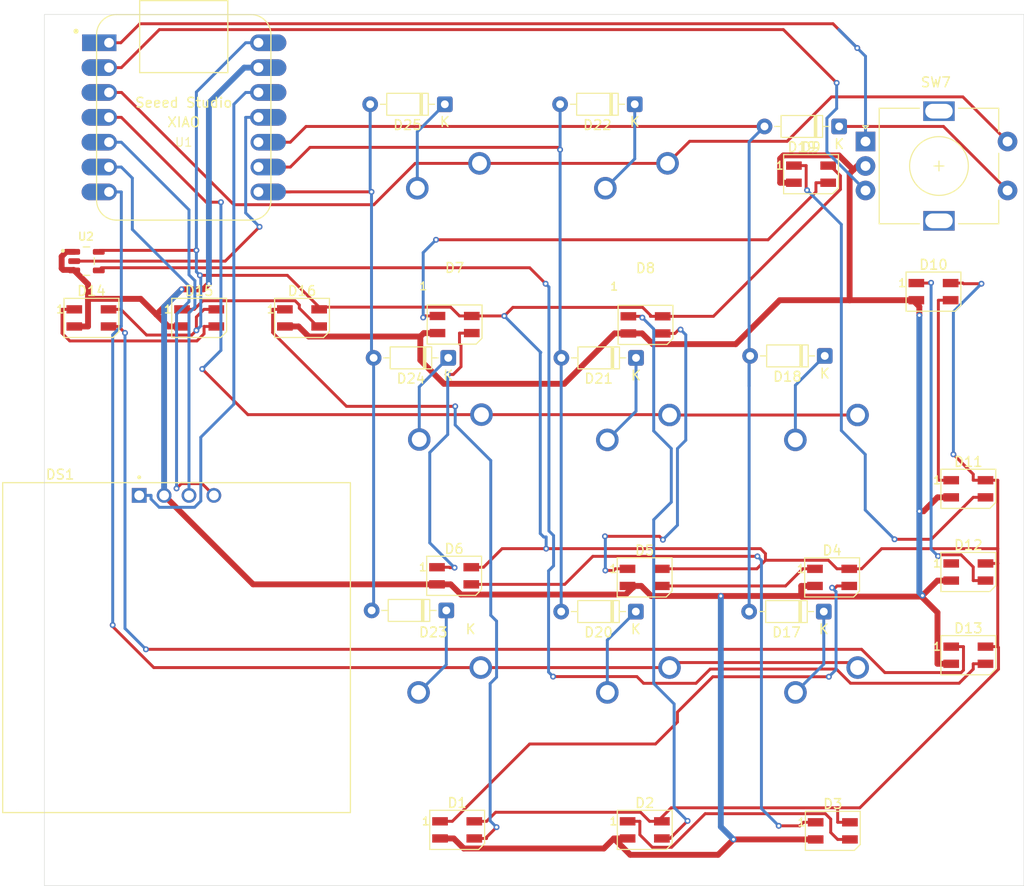
<source format=kicad_pcb>
(kicad_pcb (version 20241229) (generator "pcbnew") (generator_version "9.0")
  (layers (0 "F.Cu" signal) (2 "B.Cu" signal) (13 "F.Paste" user) (15 "B.Paste" user) (5 "F.SilkS" user "F.Silkscreen") (7 "B.SilkS" user "B.Silkscreen") (1 "F.Mask" user) (3 "B.Mask" user) (25 "Edge.Cuts" user))
  (net 0 "")
  (net 1 "Net-(D1-DOUT)")
  (net 2 "GND")
  (net 3 "Net-(D1-DIN)")
  (net 4 "VBUS")
  (net 5 "Net-(D2-DOUT)")
  (net 6 "Net-(D2-DIN)")
  (net 7 "Net-(D3-DOUT)")
  (net 8 "Net-(D4-DOUT)")
  (net 9 "Net-(D5-DOUT)")
  (net 10 "Net-(D6-DOUT)")
  (net 11 "Net-(D7-DOUT)")
  (net 12 "Net-(D11-DIN)")
  (net 13 "Net-(D10-DOUT)")
  (net 14 "Net-(D10-DIN)")
  (net 16 "Net-(D13-DOUT)")
  (net 17 "/LED_DIN")
  (net 18 "Net-(D14-DOUT)")
  (net 19 "Net-(D15-DOUT)")
  (net 20 "/ROW0")
  (net 21 "Net-(D17-K)")
  (net 22 "Net-(D18-K)")
  (net 23 "Net-(D19-K)")
  (net 24 "Net-(D20-K)")
  (net 25 "/ROW1")
  (net 26 "Net-(D21-K)")
  (net 27 "Net-(D22-K)")
  (net 28 "Net-(D23-K)")
  (net 29 "/ROW2")
  (net 30 "Net-(D24-K)")
  (net 31 "Net-(D25-K)")
  (net 32 "/COL0")
  (net 33 "/COL1")
  (net 34 "/COL2")
  (net 35 "Net-(DS1-SDA)")
  (net 36 "-3V3")
  (net 37 "/LED_DATA")
  (net 38 "/ENC_A")
  (net 39 "/ENC_B")
  (net 40 "Net-(DS1-SCK)")
  (footprint "" (layer "F.Cu") (at 180.6 139.4)
    (property "Reference" "")
    (property "Value" "")
  )
  (footprint "" (layer "F.Cu") (at 87.4 140)
    (property "Reference" "")
    (property "Value" "")
  )
  (footprint "Library_Hackpad:RotaryEncoder_Alps_EC11E-Switch_Vertical_H20mm" (layer "F.Cu") (at 168.03 67.1819)
    (property "Reference" "SW7")
    (property "Value" "RotaryEncoder_Switch")
  )
  (footprint "LED_SMD:LED_SK6812MINI_PLCC4_3.5x3.5mm_P1.75mm" (layer "F.Cu") (at 100 85.2)
    (property "Reference" "D15")
    (property "Value" "SK6812MINI")
  )
  (footprint "LED_SMD:LED_SK6812MINI_PLCC4_3.5x3.5mm_P1.75mm" (layer "F.Cu") (at 178.53 102.6569)
    (property "Reference" "D11")
    (property "Value" "SK6812MINI")
  )
  (footprint "Library_Hackpad:MX-Solderable-1U" (layer "F.Cu") (at 126.28 100.1619)
    (property "Reference" "SW6")
    (property "Value" "SW_Push")
  )
  (footprint "LED_SMD:LED_SK6812MINI_PLCC4_3.5x3.5mm_P1.75mm" (layer "F.Cu") (at 110.5 85.2)
    (property "Reference" "D16")
    (property "Value" "SK6812MINI")
  )
  (footprint "SN74AHCT1G125DBVR:SOT95P280X145-5N" (layer "F.Cu") (at 88.495 79.4)
    (property "Reference" "U2")
    (property "Value" "SN74AHCT1G125DBVR")
  )
  (footprint "LED_SMD:LED_SK6812MINI_PLCC4_3.5x3.5mm_P1.75mm" (layer "F.Cu") (at 162.47 70.5169)
    (property "Reference" "D9")
    (property "Value" "SK6812MINI")
  )
  (footprint "Diode_THT:D_DO-35_SOD27_P7.62mm_Horizontal" (layer "F.Cu") (at 144.58 115.2 180)
    (property "Reference" "D20")
    (property "Value" "1N4148")
  )
  (footprint "OLED-4pin:LCD_OLED_128X64_1.3_I2C" (layer "F.Cu") (at 97.69 118.8819)
    (property "Reference" "DS1")
    (property "Value" "OLED_128X64_1.3_I2C")
  )
  (footprint "LED_SMD:LED_SK6812MINI_PLCC4_3.5x3.5mm_P1.75mm" (layer "F.Cu") (at 126.34 137.5)
    (property "Reference" "D1")
    (property "Value" "SK6812MINI")
  )
  (footprint "LED_SMD:LED_SK6812MINI_PLCC4_3.5x3.5mm_P1.75mm" (layer "F.Cu") (at 89 85.2)
    (property "Reference" "D14")
    (property "Value" "SK6812MINI")
  )
  (footprint "Library_Hackpad:MX-Solderable-1U" (layer "F.Cu") (at 164.69 126)
    (property "Reference" "SW1")
    (property "Value" "SW_Push")
  )
  (footprint "LED_SMD:LED_SK6812MINI_PLCC4_3.5x3.5mm_P1.75mm" (layer "F.Cu") (at 145.48 111.7069)
    (property "Reference" "D5")
    (property "Value" "SK6812MINI")
  )
  (footprint "LED_SMD:LED_SK6812MINI_PLCC4_3.5x3.5mm_P1.75mm" (layer "F.Cu") (at 174.97 82.5169)
    (property "Reference" "D10")
    (property "Value" "SK6812MINI")
  )
  (footprint "LED_SMD:LED_SK6812MINI_PLCC4_3.5x3.5mm_P1.75mm" (layer "F.Cu") (at 178.53 111.1569)
    (property "Reference" "D12")
    (property "Value" "SK6812MINI")
  )
  (footprint "" (layer "F.Cu") (at 113 59.4)
    (property "Reference" "")
    (property "Value" "")
  )
  (footprint "Library_Hackpad:MX-Solderable-1U" (layer "F.Cu") (at 145.48 100.2)
    (property "Reference" "SW5")
    (property "Value" "SW_Push")
  )
  (footprint "Library_Hackpad:MX-Solderable-1U" (layer "F.Cu") (at 145.48 126)
    (property "Reference" "SW2")
    (property "Value" "SW_Push")
  )
  (footprint "Library_Hackpad:MX-Solderable-1U" (layer "F.Cu") (at 126.08 74.495)
    (property "Reference" "SW9")
    (property "Value" "SW_Push")
  )
  (footprint "Diode_THT:D_DO-35_SOD27_P7.62mm_Horizontal" (layer "F.Cu") (at 144.47 63.3739 180)
    (property "Reference" "D22")
    (property "Value" "1N4148")
  )
  (footprint "Library_Hackpad:MX-Solderable-1U" (layer "F.Cu") (at 164.68 100.2)
    (property "Reference" "SW4")
    (property "Value" "SW_Push")
  )
  (footprint "Diode_THT:D_DO-35_SOD27_P7.62mm_Horizontal" (layer "F.Cu") (at 125.08 63.3769 180)
    (property "Reference" "D25")
    (property "Value" "1N4148")
  )
  (footprint "LED_SMD:LED_SK6812MINI_PLCC4_3.5x3.5mm_P1.75mm" (layer "F.Cu") (at 126.08 85.8769)
    (property "Reference" "D7")
    (property "Value" "SK6812MINI")
  )
  (footprint "Diode_THT:D_DO-35_SOD27_P7.62mm_Horizontal" (layer "F.Cu") (at 163.87 89.0819 180)
    (property "Reference" "D18")
    (property "Value" "1N4148")
  )
  (footprint "LED_SMD:LED_SK6812MINI_PLCC4_3.5x3.5mm_P1.75mm" (layer "F.Cu") (at 178.53 119.6569)
    (property "Reference" "D13")
    (property "Value" "SK6812MINI")
  )
  (footprint "Diode_THT:D_DO-35_SOD27_P7.62mm_Horizontal" (layer "F.Cu") (at 125.23 115.0819 180)
    (property "Reference" "D23")
    (property "Value" "1N4148")
  )
  (footprint "Library_Hackpad:MX-Solderable-1U" (layer "F.Cu") (at 145.28 74.4919)
    (property "Reference" "SW8")
    (property "Value" "SW_Push")
  )
  (footprint "Diode_THT:D_DO-35_SOD27_P7.62mm_Horizontal" (layer "F.Cu") (at 125.43 89.2819 180)
    (property "Reference" "D24")
    (property "Value" "1N4148")
  )
  (footprint "" (layer "F.Cu") (at 181 57.4)
    (property "Reference" "")
    (property "Value" "")
  )
  (footprint "Library_Hackpad:XIAO-Generic-Hybrid-14P-2.54-21X17.8MM" (layer "F.Cu") (at 98.425 64.712)
    (property "Reference" "U1")
    (property "Value" "XIAO-RP2040-DIP" (hide yes))
  )
  (footprint "Diode_THT:D_DO-35_SOD27_P7.62mm_Horizontal" (layer "F.Cu") (at 144.6 89.2819 180)
    (property "Reference" "D21")
    (property "Value" "1N4148")
  )
  (footprint "LED_SMD:LED_SK6812MINI_PLCC4_3.5x3.5mm_P1.75mm" (layer "F.Cu") (at 145.49 137.5)
    (property "Reference" "D2")
    (property "Value" "SK6812MINI")
  )
  (footprint "Library_Hackpad:MX-Solderable-1U" (layer "F.Cu") (at 126.21 126)
    (property "Reference" "SW3")
    (property "Value" "SW_Push")
  )
  (footprint "LED_SMD:LED_SK6812MINI_PLCC4_3.5x3.5mm_P1.75mm" (layer "F.Cu") (at 126.03 111.5439)
    (property "Reference" "D6")
    (property "Value" "SK6812MINI")
  )
  (footprint "LED_SMD:LED_SK6812MINI_PLCC4_3.5x3.5mm_P1.75mm" (layer "F.Cu") (at 145.57 85.9119)
    (property "Reference" "D8")
    (property "Value" "SK6812MINI")
  )
  (footprint "Diode_THT:D_DO-35_SOD27_P7.62mm_Horizontal" (layer "F.Cu") (at 163.77 115.2 180)
    (property "Reference" "D17")
    (property "Value" "1N4148")
  )
  (footprint "Diode_THT:D_DO-35_SOD27_P7.62mm_Horizontal" (layer "F.Cu") (at 165.34 65.6419 180)
    (property "Reference" "D19")
    (property "Value" "1N4148")
  )
  (footprint "LED_SMD:LED_SK6812MINI_PLCC4_3.5x3.5mm_P1.75mm" (layer "F.Cu") (at 164.62 111.7069)
    (property "Reference" "D4")
    (property "Value" "SK6812MINI")
  )
  (footprint "LED_SMD:LED_SK6812MINI_PLCC4_3.5x3.5mm_P1.75mm" (layer "F.Cu") (at 164.69 137.6)
    (property "Reference" "D3")
    (property "Value" "SK6812MINI")
  )
  (gr_rect (start 84.2 54.2) (end 184.2 143.2) (stroke (width 0.05)) (fill no) (layer "Edge.Cuts"))
  (segment (start 152.438 121.8583) (end 164.2881 121.8583) (width 0.3) (layer "F.Cu") (net 1))
  (segment (start 164.62 112.7628) (end 164.9374 112.7628) (width 0.3) (layer "F.Cu") (net 1))
  (segment (start 133.7433 128.7234) (end 146.5922 128.7234) (width 0.3) (layer "F.Cu") (net 1))
  (segment (start 146.5922 128.7234) (end 148.8282 126.4874) (width 0.3) (layer "F.Cu") (net 1))
  (segment (start 125.8417 136.625) (end 133.7433 128.7234) (width 0.3) (layer "F.Cu") (net 1))
  (segment (start 148.8282 125.4681) (end 152.438 121.8583) (width 0.3) (layer "F.Cu") (net 1))
  (segment (start 148.8282 126.4874) (end 148.8282 125.4681) (width 0.3) (layer "F.Cu") (net 1))
  (segment (start 124.59 136.625) (end 125.8417 136.625) (width 0.3) (layer "F.Cu") (net 1))
  (segment (start 166.37 112.5819) (end 165.1183 112.5819) (width 0.3) (layer "F.Cu") (net 1))
  (segment (start 164.9374 112.7628) (end 165.1183 112.5819) (width 0.3) (layer "F.Cu") (net 1))
  (via (at 164.2881 121.8583) (size 0.6) (drill 0.3) (layers "F.Cu" "B.Cu") (net 1))
  (via (at 164.62 112.7628) (size 0.6) (drill 0.3) (layers "F.Cu" "B.Cu") (net 1))
  (segment (start 164.2881 121.8583) (end 165.0227 121.1237) (width 0.3) (layer "B.Cu") (net 1))
  (segment (start 165.0227 121.1237) (end 165.0227 113.1655) (width 0.3) (layer "B.Cu") (net 1))
  (segment (start 165.0227 113.1655) (end 164.62 112.7628) (width 0.3) (layer "B.Cu") (net 1))
  (segment (start 98.25 86.075) (end 96.8483 86.075) (width 0.6) (layer "F.Cu") (net 2))
  (segment (start 159.6501 68.5965) (end 159.3183 68.9283) (width 0.6) (layer "F.Cu") (net 2))
  (segment (start 127.0184 139.4017) (end 141.3116 139.4017) (width 0.6) (layer "F.Cu") (net 2))
  (segment (start 105.507 112.4189) (end 124.28 112.4189) (width 0.6) (layer "F.Cu") (net 2))
  (segment (start 142.4183 86.7869) (end 137.2748 91.9304) (width 0.6) (layer "F.Cu") (net 2))
  (segment (start 109.4509 86.075) (end 109.625 86.075) (width 0.6) (layer "F.Cu") (net 2))
  (segment (start 125.9917 138.375) (end 127.0184 139.4017) (width 0.6) (layer "F.Cu") (net 2))
  (segment (start 172.5192 83.3919) (end 166.4103 83.3919) (width 0.6) (layer "F.Cu") (net 2))
  (segment (start 110.1517 86.075) (end 111.1784 87.1017) (width 0.6) (layer "F.Cu") (net 2))
  (segment (start 144.0086 140.0453) (end 152.9788 140.0453) (width 0.6) (layer "F.Cu") (net 2))
  (segment (start 172.8696 83.3919) (end 172.5192 83.3919) (width 0.6) (layer "F.Cu") (net 2))
  (segment (start 108.75 86.075) (end 109.4509 86.075) (width 0.6) (layer "F.Cu") (net 2))
  (segment (start 161.4683 113.6086) (end 161.5242 113.6645) (width 0.6) (layer "F.Cu") (net 2))
  (segment (start 159.27 83.3919) (end 154.7812 87.8807) (width 0.6) (layer "F.Cu") (net 2))
  (segment (start 124.59 138.375) (end 125.9917 138.375) (width 0.6) (layer "F.Cu") (net 2))
  (segment (start 173.8468 113.5635) (end 173.8468 113.5634) (width 0.6) (layer "F.Cu") (net 2))
  (segment (start 96.42 103.3319) (end 105.507 112.4189) (width 0.6) (layer "F.Cu") (net 2))
  (segment (start 173.7457 113.6645) (end 173.7458 113.6645) (width 0.6) (layer "F.Cu") (net 2))
  (segment (start 173.7458 113.6645) (end 173.8468 113.5635) (width 0.6) (layer "F.Cu") (net 2))
  (segment (start 88.6517 83.2529) (end 88.6517 81.7617) (width 0.6) (layer "F.Cu") (net 2))
  (segment (start 143.5549 113.4579) (end 144.4309 112.5819) (width 0.6) (layer "F.Cu") (net 2))
  (segment (start 124.28 112.4189) (end 125.6817 112.4189) (width 0.6) (layer "F.Cu") (net 2))
  (segment (start 176.78 103.5319) (end 175.3783 103.5319) (width 0.6) (layer "F.Cu") (net 2))
  (segment (start 143.74 138.375) (end 142.3383 138.375) (width 0.6) (layer "F.Cu") (net 2))
  (segment (start 173.9579 104.9523) (end 175.3783 103.5319) (width 0.6) (layer "F.Cu") (net 2))
  (segment (start 143.73 112.5819) (end 144.4309 112.5819) (width 0.6) (layer "F.Cu") (net 2))
  (segment (start 166.4103 83.3919) (end 166.4103 70.4537) (width 0.6) (layer "F.Cu") (net 2))
  (segment (start 96.8483 86.075) (end 95.6292 84.8559) (width 0.6) (layer "F.Cu") (net 2))
  (segment (start 85.9607 80.1386) (end 86.1179 80.2958) (width 0.6) (layer "F.Cu") (net 2))
  (segment (start 122.5785 89.517) (end 122.5785 87.1017) (width 0.6) (layer "F.Cu") (net 2))
  (segment (start 111.1784 87.1017) (end 122.5785 87.1017) (width 0.6) (layer "F.Cu") (net 2))
  (segment (start 87.25 86.075) (end 88.6517 86.075) (width 0.6) (layer "F.Cu") (net 2))
  (segment (start 166.4103 70.4537) (end 166.7885 70.0755) (width 0.6) (layer "F.Cu") (net 2))
  (segment (start 143.82 86.7869) (end 145.2217 86.7869) (width 0.6) (layer "F.Cu") (net 2))
  (segment (start 176.78 120.5319) (end 175.3783 120.5319) (width 0.6) (layer "F.Cu") (net 2))
  (segment (start 122.5785 87.1017) (end 122.9283 86.7519) (width 0.6) (layer "F.Cu") (net 2))
  (segment (start 152.9788 140.0453) (end 154.5491 138.475) (width 0.6) (layer "F.Cu") (net 2))
  (segment (start 141.3116 139.4017) (end 142.3383 138.375) (width 0.6) (layer "F.Cu") (net 2))
  (segment (start 95.6292 84.8559) (end 94.0262 83.2529) (width 0.6) (layer "F.Cu") (net 2))
  (segment (start 142.3383 138.375) (end 144.0086 140.0453) (width 0.6) (layer "F.Cu") (net 2))
  (segment (start 85.9607 78.9243) (end 85.9607 80.1386) (width 0.6) (layer "F.Cu") (net 2))
  (segment (start 87.1858 80.2958) (end 87.24 80.35) (width 0.591) (layer "F.Cu") (net 2))
  (segment (start 172.8696 83.3919) (end 173.5254 84.0477) (width 0.6) (layer "F.Cu") (net 2))
  (segment (start 173.8468 113.5634) (end 175.3783 112.0319) (width 0.6) (layer "F.Cu") (net 2))
  (segment (start 153.2578 113.6086) (end 161.4683 113.6086) (width 0.6) (layer "F.Cu") (net 2))
  (segment (start 165.3094 68.5965) (end 159.6501 68.5965) (width 0.6) (layer "F.Cu") (net 2))
  (segment (start 87.24 78.45) (end 86.435 78.45) (width 0.6) (layer "F.Cu") (net 2))
  (segment (start 161.5242 113.6645) (end 173.7457 113.6645) (width 0.6) (layer "F.Cu") (net 2))
  (segment (start 176.78 112.0319) (end 175.3783 112.0319) (width 0.6) (layer "F.Cu") (net 2))
  (segment (start 173.5254 84.0477) (end 173.5254 84.9404) (width 0.6) (layer "F.Cu") (net 2))
  (segment (start 162.87 112.5819) (end 161.4683 112.5819) (width 0.6) (layer "F.Cu") (net 2))
  (segment (start 143.82 86.7869) (end 142.4183 86.7869) (width 0.6) (layer "F.Cu") (net 2))
  (segment (start 173.22 83.3919) (end 172.8696 83.3919) (width 0.6) (layer "F.Cu") (net 2))
  (segment (start 124.33 86.7519) (end 122.9283 86.7519) (width 0.6) (layer "F.Cu") (net 2))
  (segment (start 86.1179 80.2958) (end 87.1858 80.2958) (width 0.591) (layer "F.Cu") (net 2))
  (segment (start 175.3783 115.2971) (end 173.7458 113.6645) (width 0.6) (layer "F.Cu") (net 2))
  (segment (start 154.7812 87.8807) (end 146.3155 87.8807) (width 0.6) (layer "F.Cu") (net 2))
  (segment (start 145.1317 112.5819) (end 146.1584 113.6086) (width 0.6) (layer "F.Cu") (net 2))
  (segment (start 100.4131 82.2838) (end 100.9918 81.7051) (width 0.6) (layer "F.Cu") (net 2))
  (segment (start 173.5254 104.9523) (end 173.9579 104.9523) (width 0.6) (layer "F.Cu") (net 2))
  (segment (start 159.3183 68.9283) (end 159.3183 71.3919) (width 0.6) (layer "F.Cu") (net 2))
  (segment (start 161.7642 138.475) (end 154.5491 138.475) (width 0.6) (layer "F.Cu") (net 2))
  (segment (start 160.72 71.3919) (end 159.3183 71.3919) (width 0.6) (layer "F.Cu") (net 2))
  (segment (start 146.1584 113.6086) (end 153.2578 113.6086) (width 0.6) (layer "F.Cu") (net 2))
  (segment (start 88.6517 81.7617) (end 87.24 80.35) (width 0.6) (layer "F.Cu") (net 2))
  (segment (start 124.9919 91.9304) (end 122.5785 89.517) (width 0.6) (layer "F.Cu") (net 2))
  (segment (start 98.2013 82.2838) (end 100.4131 82.2838) (width 0.6) (layer "F.Cu") (net 2))
  (segment (start 166.7885 70.0755) (end 167.1821 69.6819) (width 0.6) (layer "F.Cu") (net 2))
  (segment (start 162.94 138.475) (end 161.7642 138.475) (width 0.6) (layer "F.Cu") (net 2))
  (segment (start 167.1821 69.6819) (end 168.03 69.6819) (width 0.6) (layer "F.Cu") (net 2))
  (segment (start 166.4103 83.3919) (end 159.27 83.3919) (width 0.6) (layer "F.Cu") (net 2))
  (segment (start 166.7885 70.0755) (end 165.3094 68.5965) (width 0.6) (layer "F.Cu") (net 2))
  (segment (start 94.0262 83.2529) (end 88.6517 83.2529) (width 0.6) (layer "F.Cu") (net 2))
  (segment (start 144.4309 112.5819) (end 145.1317 112.5819) (width 0.6) (layer "F.Cu") (net 2))
  (segment (start 88.6517 86.075) (end 88.6517 83.2529) (width 0.6) (layer "F.Cu") (net 2))
  (segment (start 95.6292 84.8559) (end 98.2013 82.2838) (width 0.6) (layer "F.Cu") (net 2))
  (segment (start 109.625 86.075) (end 110.1517 86.075) (width 0.6) (layer "F.Cu") (net 2))
  (segment (start 175.3783 120.5319) (end 175.3783 115.2971) (width 0.6) (layer "F.Cu") (net 2))
  (segment (start 146.3155 87.8807) (end 145.2217 86.7869) (width 0.6) (layer "F.Cu") (net 2))
  (segment (start 86.435 78.45) (end 85.9607 78.9243) (width 0.6) (layer "F.Cu") (net 2))
  (segment (start 137.2748 91.9304) (end 124.9919 91.9304) (width 0.6) (layer "F.Cu") (net 2))
  (segment (start 161.4683 113.6086) (end 161.4683 112.5819) (width 0.6) (layer "F.Cu") (net 2))
  (segment (start 126.7207 113.4579) (end 143.5549 113.4579) (width 0.6) (layer "F.Cu") (net 2))
  (segment (start 125.6817 112.4189) (end 126.7207 113.4579) (width 0.6) (layer "F.Cu") (net 2))
  (via (at 173.8468 113.5635) (size 0.6) (drill 0.3) (layers "F.Cu" "B.Cu") (net 2))
  (via (at 173.5254 84.9404) (size 0.6) (drill 0.3) (layers "F.Cu" "B.Cu") (net 2))
  (via (at 154.5491 138.475) (size 0.6) (drill 0.3) (layers "F.Cu" "B.Cu") (net 2))
  (via (at 100.9918 81.7051) (size 0.6) (drill 0.3) (layers "F.Cu" "B.Cu") (net 2))
  (via (at 173.5254 104.9523) (size 0.6) (drill 0.3) (layers "F.Cu" "B.Cu") (net 2))
  (via (at 98.2013 82.2838) (size 0.6) (drill 0.3) (layers "F.Cu" "B.Cu") (net 2))
  (via (at 153.2578 113.6086) (size 0.6) (drill 0.3) (layers "F.Cu" "B.Cu") (net 2))
  (segment (start 104.5983 59.632) (end 100.9918 63.2385) (width 0.6) (layer "B.Cu") (net 2))
  (segment (start 173.5254 84.9404) (end 173.5254 104.9523) (width 0.6) (layer "B.Cu") (net 2))
  (segment (start 100.9918 63.2385) (end 100.9918 81.7051) (width 0.6) (layer "B.Cu") (net 2))
  (segment (start 96.42 84.0651) (end 96.42 103.3319) (width 0.6) (layer "B.Cu") (net 2))
  (segment (start 98.2013 82.2838) (end 96.42 84.0651) (width 0.6) (layer "B.Cu") (net 2))
  (segment (start 154.5491 138.475) (end 153.2578 137.1837) (width 0.6) (layer "B.Cu") (net 2))
  (segment (start 173.5254 113.2421) (end 173.8468 113.5635) (width 0.6) (layer "B.Cu") (net 2))
  (segment (start 153.2578 137.1837) (end 153.2578 113.6086) (width 0.6) (layer "B.Cu") (net 2))
  (segment (start 106.05 59.632) (end 104.5983 59.632) (width 0.6) (layer "B.Cu") (net 2))
  (segment (start 173.5254 104.9523) (end 173.5254 113.2421) (width 0.6) (layer "B.Cu") (net 2))
  (segment (start 107.4983 84.325) (end 107.4983 86.6907) (width 0.3) (layer "F.Cu") (net 3))
  (segment (start 128.09 138.375) (end 129.3417 138.375) (width 0.3) (layer "F.Cu") (net 3))
  (segment (start 107.4983 86.6907) (end 115.0426 94.235) (width 0.3) (layer "F.Cu") (net 3))
  (segment (start 115.0426 94.235) (end 126.1392 94.235) (width 0.3) (layer "F.Cu") (net 3))
  (segment (start 130.3594 137.2261) (end 129.3417 138.2438) (width 0.3) (layer "F.Cu") (net 3))
  (segment (start 129.3417 138.2438) (end 129.3417 138.375) (width 0.3) (layer "F.Cu") (net 3))
  (segment (start 108.75 84.325) (end 107.4983 84.325) (width 0.3) (layer "F.Cu") (net 3))
  (via (at 130.3594 137.2261) (size 0.6) (drill 0.3) (layers "F.Cu" "B.Cu") (net 3))
  (via (at 126.1392 94.235) (size 0.6) (drill 0.3) (layers "F.Cu" "B.Cu") (net 3))
  (segment (start 130.3628 121.8963) (end 130.3628 116.1729) (width 0.3) (layer "B.Cu") (net 3))
  (segment (start 130.3594 137.2261) (end 129.7085 136.5752) (width 0.3) (layer "B.Cu") (net 3))
  (segment (start 129.7688 115.5789) (end 129.7688 99.7667) (width 0.3) (layer "B.Cu") (net 3))
  (segment (start 129.7688 99.7667) (end 126.1392 96.1371) (width 0.3) (layer "B.Cu") (net 3))
  (segment (start 129.7085 122.5506) (end 130.3628 121.8963) (width 0.3) (layer "B.Cu") (net 3))
  (segment (start 129.7085 136.5752) (end 129.7085 122.5506) (width 0.3) (layer "B.Cu") (net 3))
  (segment (start 126.1392 96.1371) (end 126.1392 94.235) (width 0.3) (layer "B.Cu") (net 3))
  (segment (start 130.3628 116.1729) (end 129.7688 115.5789) (width 0.3) (layer "B.Cu") (net 3))
  (segment (start 181.5317 110.2834) (end 181.5302 110.2819) (width 0.3) (layer "F.Cu") (net 4))
  (segment (start 131.152 85.0019) (end 132.0287 84.1252) (width 0.3) (layer "F.Cu") (net 4))
  (segment (start 130.2657 135.701) (end 129.3417 136.625) (width 0.3) (layer "F.Cu") (net 4))
  (segment (start 147.32 85.0369) (end 148.5717 85.0369) (width 0.3) (layer "F.Cu") (net 4))
  (segment (start 127.83 85.0019) (end 128.9309 85.0019) (width 0.3) (layer "F.Cu") (net 4))
  (segment (start 179.8663 81.7051) (end 178.0349 81.7051) (width 0.3) (layer "F.Cu") (net 4))
  (segment (start 128.9309 85.0019) (end 131.152 85.0019) (width 0.3) (layer "F.Cu") (net 4))
  (segment (start 101.75 84.325) (end 100.4983 84.325) (width 0.3) (layer "F.Cu") (net 4))
  (segment (start 157.3077 108.7721) (end 157.8132 109.2776) (width 0.3) (layer "F.Cu") (net 4))
  (segment (start 94.6284 86.9517) (end 99.2395 86.9517) (width 0.3) (layer "F.Cu") (net 4))
  (segment (start 180.28 118.7819) (end 181.53 118.7819) (width 0.3) (layer "F.Cu") (net 4))
  (segment (start 148.1927 135.2466) (end 146.8143 136.625) (width 0.3) (layer "F.Cu") (net 4))
  (segment (start 181.5317 108.7771) (end 169.6765 108.7771) (width 0.3) (layer "F.Cu") (net 4))
  (segment (start 164.425 69.6419) (end 164.22 69.6419) (width 0.3) (layer "F.Cu") (net 4))
  (segment (start 169.6765 108.7771) (end 167.6217 110.8319) (width 0.3) (layer "F.Cu") (net 4))
  (segment (start 112.25 84.0984) (end 125.6748 84.0984) (width 0.3) (layer "F.Cu") (net 4))
  (segment (start 99.7147 86.4765) (end 99.7147 85.1086) (width 0.3) (layer "F.Cu") (net 4))
  (segment (start 165.4717 72.0678) (end 165.4717 70.6886) (width 0.3) (layer "F.Cu") (net 4))
  (segment (start 99.2395 86.9517) (end 99.7147 86.4765) (width 0.3) (layer "F.Cu") (net 4))
  (segment (start 100.0776 80.8509) (end 109.0025 80.8509) (width 0.3) (layer "F.Cu") (net 4))
  (segment (start 152.5026 85.0369) (end 165.4717 72.0678) (width 0.3) (layer "F.Cu") (net 4))
  (segment (start 132.0287 84.1252) (end 145.2749 84.1252) (width 0.3) (layer "F.Cu") (net 4))
  (segment (start 99.7147 85.1086) (end 100.4983 84.325) (width 0.3) (layer "F.Cu") (net 4))
  (segment (start 147.8559 110.8319) (end 147.23 110.8319) (width 0.3) (layer "F.Cu") (net 4))
  (segment (start 146.0683 84.9186) (end 146.0683 85.0369) (width 0.3) (layer "F.Cu") (net 4))
  (segment (start 179.0283 101.1656) (end 177.0032 99.1405) (width 0.3) (layer "F.Cu") (net 4))
  (segment (start 165.1883 135.2466) (end 148.1927 135.2466) (width 0.3) (layer "F.Cu") (net 4))
  (segment (start 181.5302 118.7819) (end 181.6076 118.8593) (width 0.3) (layer "F.Cu") (net 4))
  (segment (start 157.8132 109.9552) (end 164.2416 109.9552) (width 0.3) (layer "F.Cu") (net 4))
  (segment (start 127.83 85.0019) (end 126.5783 85.0019) (width 0.3) (layer "F.Cu") (net 4))
  (segment (start 90.75 84.325) (end 92.0017 84.325) (width 0.3) (layer "F.Cu") (net 4))
  (segment (start 165.1883 136.725) (end 165.1883 135.2466) (width 0.3) (layer "F.Cu") (net 4))
  (segment (start 181.6076 121.0856) (end 167.4466 135.2466) (width 0.3) (layer "F.Cu") (net 4))
  (segment (start 181.5302 110.2819) (end 181.5317 110.2819) (width 0.3) (layer "F.Cu") (net 4))
  (segment (start 112.25 84.0984) (end 112.25 84.325) (width 0.3) (layer "F.Cu") (net 4))
  (segment (start 180.9059 101.7819) (end 180.28 101.7819) (width 0.3) (layer "F.Cu") (net 4))
  (segment (start 109.0025 80.8509) (end 112.25 84.0984) (width 0.3) (layer "F.Cu") (net 4))
  (segment (start 129.0317 110.6689) (end 130.9285 108.7721) (width 0.3) (layer "F.Cu") (net 4))
  (segment (start 181.5317 118.7819) (end 181.5317 110.2834) (width 0.3) (layer "F.Cu") (net 4))
  (segment (start 180.9059 101.7819) (end 181.5317 101.7819) (width 0.3) (layer "F.Cu") (net 4))
  (segment (start 135.4253 108.7721) (end 157.3077 108.7721) (width 0.3) (layer "F.Cu") (net 4))
  (segment (start 125.6748 84.0984) (end 126.5783 85.0019) (width 0.3) (layer "F.Cu") (net 4))
  (segment (start 157.8132 109.2776) (end 157.8132 109.9552) (width 0.3) (layer "F.Cu") (net 4))
  (segment (start 181.6076 118.8593) (end 181.6076 121.0856) (width 0.3) (layer "F.Cu") (net 4))
  (segment (start 176.72 81.6419) (end 177.9717 81.6419) (width 0.3) (layer "F.Cu") (net 4))
  (segment (start 166.37 110.8319) (end 165.1183 110.8319) (width 0.3) (layer "F.Cu") (net 4))
  (segment (start 89.9019 78.2981) (end 89.75 78.45) (width 0.3) (layer "F.Cu") (net 4))
  (segment (start 148.4817 110.8319) (end 156.9365 110.8319) (width 0.3) (layer "F.Cu") (net 4))
  (segment (start 181.5302 118.7819) (end 181.5317 118.7819) (width 0.3) (layer "F.Cu") (net 4))
  (segment (start 147.24 136.625) (end 146.8143 136.625) (width 0.3) (layer "F.Cu") (net 4))
  (segment (start 145.0643 135.701) (end 130.2657 135.701) (width 0.3) (layer "F.Cu") (net 4))
  (segment (start 127.78 110.6689) (end 129.0317 110.6689) (width 0.3) (layer "F.Cu") (net 4))
  (segment (start 179.0283 101.7819) (end 179.0283 101.1656) (width 0.3) (layer "F.Cu") (net 4))
  (segment (start 147.8559 110.8319) (end 148.4817 110.8319) (width 0.3) (layer "F.Cu") (net 4))
  (segment (start 156.9365 110.8319) (end 157.8132 109.9552) (width 0.3) (layer "F.Cu") (net 4))
  (segment (start 147.32 85.0369) (end 146.0683 85.0369) (width 0.3) (layer "F.Cu") (net 4))
  (segment (start 145.2749 84.1252) (end 146.0683 84.9186) (width 0.3) (layer "F.Cu") (net 4))
  (segment (start 145.9883 136.625) (end 145.0643 135.701) (width 0.3) (layer "F.Cu") (net 4))
  (segment (start 148.5717 85.0369) (end 152.5026 85.0369) (width 0.3) (layer "F.Cu") (net 4))
  (segment (start 130.9285 108.7721) (end 135.4253 108.7721) (width 0.3) (layer "F.Cu") (net 4))
  (segment (start 180.28 101.7819) (end 179.0283 101.7819) (width 0.3) (layer "F.Cu") (net 4))
  (segment (start 180.28 110.2819) (end 181.5302 110.2819) (width 0.3) (layer "F.Cu") (net 4))
  (segment (start 164.2416 109.9552) (end 165.1183 110.8319) (width 0.3) (layer "F.Cu") (net 4))
  (segment (start 128.09 136.625) (end 129.3417 136.625) (width 0.3) (layer "F.Cu") (net 4))
  (segment (start 167.4466 135.2466) (end 165.1883 135.2466) (width 0.3) (layer "F.Cu") (net 4))
  (segment (start 165.4717 70.6886) (end 164.425 69.6419) (width 0.3) (layer "F.Cu") (net 4))
  (segment (start 181.5317 101.7819) (end 181.5317 108.7771) (width 0.3) (layer "F.Cu") (net 4))
  (segment (start 99.7148 78.2981) (end 89.9019 78.2981) (width 0.3) (layer "F.Cu") (net 4))
  (segment (start 146.8143 136.625) (end 145.9883 136.625) (width 0.3) (layer "F.Cu") (net 4))
  (segment (start 181.53 118.7819) (end 181.5302 118.7819) (width 0.3) (layer "F.Cu") (net 4))
  (segment (start 92.0017 84.325) (end 94.6284 86.9517) (width 0.3) (layer "F.Cu") (net 4))
  (segment (start 166.44 136.725) (end 165.1883 136.725) (width 0.3) (layer "F.Cu") (net 4))
  (segment (start 166.37 110.8319) (end 167.6217 110.8319) (width 0.3) (layer "F.Cu") (net 4))
  (segment (start 178.0349 81.7051) (end 177.9717 81.6419) (width 0.3) (layer "F.Cu") (net 4))
  (segment (start 181.5317 108.7771) (end 181.5317 110.2819) (width 0.3) (layer "F.Cu") (net 4))
  (via (at 131.152 85.0019) (size 0.6) (drill 0.3) (layers "F.Cu" "B.Cu") (net 4))
  (via (at 135.4253 108.7721) (size 0.6) (drill 0.3) (layers "F.Cu" "B.Cu") (net 4))
  (via (at 100.0776 80.8509) (size 0.6) (drill 0.3) (layers "F.Cu" "B.Cu") (net 4))
  (via (at 177.0032 99.1405) (size 0.6) (drill 0.3) (layers "F.Cu" "B.Cu") (net 4))
  (via (at 99.7148 78.2981) (size 0.6) (drill 0.3) (layers "F.Cu" "B.Cu") (net 4))
  (via (at 99.7147 86.4765) (size 0.6) (drill 0.3) (layers "F.Cu" "B.Cu") (net 4))
  (via (at 179.8663 81.7051) (size 0.6) (drill 0.3) (layers "F.Cu" "B.Cu") (net 4))
  (segment (start 99.9795 80.7528) (end 99.7148 80.4881) (width 0.3) (layer "B.Cu") (net 4))
  (segment (start 134.8754 88.7253) (end 134.8236 88.7771) (width 0.3) (layer "B.Cu") (net 4))
  (segment (start 99.9795 80.7528) (end 100.0776 80.8509) (width 0.3) (layer "B.Cu") (net 4))
  (segment (start 100.1634 86.0278) (end 100.1634 80.9367) (width 0.3) (layer "B.Cu") (net 4))
  (segment (start 135.1761 107.5794) (end 135.4253 107.5794) (width 0.3) (layer "B.Cu") (net 4))
  (segment (start 177.0032 84.5682) (end 179.8663 81.7051) (width 0.3) (layer "B.Cu") (net 4))
  (segment (start 99.7148 62.1255) (end 99.7148 78.2981) (width 0.3) (layer "B.Cu") (net 4))
  (segment (start 104.7483 57.092) (end 99.7148 62.1255) (width 0.3) (layer "B.Cu") (net 4))
  (segment (start 100.1634 80.9367) (end 99.9795 80.7528) (width 0.3) (layer "B.Cu") (net 4))
  (segment (start 135.4253 107.5794) (end 135.4253 108.7721) (width 0.3) (layer "B.Cu") (net 4))
  (segment (start 106.05 57.092) (end 104.7483 57.092) (width 0.3) (layer "B.Cu") (net 4))
  (segment (start 134.8236 107.2269) (end 135.1761 107.5794) (width 0.3) (layer "B.Cu") (net 4))
  (segment (start 131.152 85.0019) (end 134.8754 88.7253) (width 0.3) (layer "B.Cu") (net 4))
  (segment (start 177.0032 99.1405) (end 177.0032 84.5682) (width 0.3) (layer "B.Cu") (net 4))
  (segment (start 99.7148 80.4881) (end 99.7148 78.2981) (width 0.3) (layer "B.Cu") (net 4))
  (segment (start 99.7147 86.4765) (end 100.1634 86.0278) (width 0.3) (layer "B.Cu") (net 4))
  (segment (start 134.8236 88.7771) (end 134.8236 107.2269) (width 0.3) (layer "B.Cu") (net 4))
  (segment (start 164.477 137.7637) (end 165.1883 138.475) (width 0.3) (layer "F.Cu") (net 5))
  (segment (start 144.9917 138.0015) (end 146.2665 139.2763) (width 0.3) (layer "F.Cu") (net 5))
  (segment (start 148.2318 139.2763) (end 151.6598 135.8483) (width 0.3) (layer "F.Cu") (net 5))
  (segment (start 163.9293 135.8483) (end 164.477 136.396) (width 0.3) (layer "F.Cu") (net 5))
  (segment (start 166.44 138.475) (end 165.1883 138.475) (width 0.3) (layer "F.Cu") (net 5))
  (segment (start 151.6598 135.8483) (end 163.9293 135.8483) (width 0.3) (layer "F.Cu") (net 5))
  (segment (start 164.477 136.396) (end 164.477 137.7637) (width 0.3) (layer "F.Cu") (net 5))
  (segment (start 146.2665 139.2763) (end 148.2318 139.2763) (width 0.3) (layer "F.Cu") (net 5))
  (segment (start 143.74 136.625) (end 144.9917 136.625) (width 0.3) (layer "F.Cu") (net 5))
  (segment (start 144.9917 136.625) (end 144.9917 138.0015) (width 0.3) (layer "F.Cu") (net 5))
  (segment (start 149.8617 136.5833) (end 148.07 138.375) (width 0.3) (layer "F.Cu") (net 6))
  (segment (start 145.2044 85.1696) (end 145.0717 85.0369) (width 0.3) (layer "F.Cu") (net 6))
  (segment (start 143.82 85.0369) (end 145.0717 85.0369) (width 0.3) (layer "F.Cu") (net 6))
  (segment (start 148.07 138.375) (end 147.24 138.375) (width 0.3) (layer "F.Cu") (net 6))
  (segment (start 145.2433 85.1696) (end 145.2044 85.1696) (width 0.3) (layer "F.Cu") (net 6))
  (via (at 149.8617 136.5833) (size 0.6) (drill 0.3) (layers "F.Cu" "B.Cu") (net 6))
  (via (at 145.2433 85.1696) (size 0.6) (drill 0.3) (layers "F.Cu" "B.Cu") (net 6))
  (segment (start 146.4075 122.551) (end 146.4075 105.8148) (width 0.3) (layer "B.Cu") (net 6))
  (segment (start 149.8617 136.5833) (end 148.4917 135.2133) (width 0.3) (layer "B.Cu") (net 6))
  (segment (start 146.4062 86.3325) (end 145.2433 85.1696) (width 0.3) (layer "B.Cu") (net 6))
  (segment (start 148.4917 135.2133) (end 148.4917 124.6352) (width 0.3) (layer "B.Cu") (net 6))
  (segment (start 148.2011 98.5446) (end 146.4062 96.7497) (width 0.3) (layer "B.Cu") (net 6))
  (segment (start 146.4062 96.7497) (end 146.4062 86.3325) (width 0.3) (layer "B.Cu") (net 6))
  (segment (start 148.2011 104.0212) (end 148.2011 98.5446) (width 0.3) (layer "B.Cu") (net 6))
  (segment (start 146.4075 105.8148) (end 148.2011 104.0212) (width 0.3) (layer "B.Cu") (net 6))
  (segment (start 148.4917 124.6352) (end 146.4075 122.551) (width 0.3) (layer "B.Cu") (net 6))
  (segment (start 161.3267 137.0866) (end 161.6883 136.725) (width 0.3) (layer "F.Cu") (net 7))
  (segment (start 140.1884 109.5582) (end 156.9963 109.5582) (width 0.3) (layer "F.Cu") (net 7))
  (segment (start 159.1708 137.0866) (end 161.3267 137.0866) (width 0.3) (layer "F.Cu") (net 7))
  (segment (start 137.3277 112.4189) (end 140.1884 109.5582) (width 0.3) (layer "F.Cu") (net 7))
  (segment (start 127.78 112.4189) (end 137.3277 112.4189) (width 0.3) (layer "F.Cu") (net 7))
  (segment (start 162.94 136.725) (end 161.6883 136.725) (width 0.3) (layer "F.Cu") (net 7))
  (via (at 156.9963 109.5582) (size 0.6) (drill 0.3) (layers "F.Cu" "B.Cu") (net 7))
  (via (at 159.1708 137.0866) (size 0.6) (drill 0.3) (layers "F.Cu" "B.Cu") (net 7))
  (segment (start 157.403 135.3188) (end 159.1708 137.0866) (width 0.3) (layer "B.Cu") (net 7))
  (segment (start 156.9963 109.5582) (end 157.403 109.9649) (width 0.3) (layer "B.Cu") (net 7))
  (segment (start 157.403 109.9649) (end 157.403 135.3188) (width 0.3) (layer "B.Cu") (net 7))
  (segment (start 162.87 110.8319) (end 161.6183 110.8319) (width 0.3) (layer "F.Cu") (net 8))
  (segment (start 147.23 112.5819) (end 159.8683 112.5819) (width 0.3) (layer "F.Cu") (net 8))
  (segment (start 159.8683 112.5819) (end 161.6183 110.8319) (width 0.3) (layer "F.Cu") (net 8))
  (segment (start 141.4318 107.5137) (end 147.0003 107.5137) (width 0.3) (layer "F.Cu") (net 9))
  (segment (start 147.0003 107.5137) (end 147.3448 107.8582) (width 0.3) (layer "F.Cu") (net 9))
  (segment (start 142.4783 110.8319) (end 142.3104 110.9998) (width 0.3) (layer "F.Cu") (net 9))
  (segment (start 149.1499 86.3908) (end 148.9678 86.3908) (width 0.3) (layer "F.Cu") (net 9))
  (segment (start 148.9678 86.3908) (end 148.5717 86.7869) (width 0.3) (layer "F.Cu") (net 9))
  (segment (start 142.3104 110.9998) (end 141.4689 110.9998) (width 0.3) (layer "F.Cu") (net 9))
  (segment (start 143.73 110.8319) (end 142.4783 110.8319) (width 0.3) (layer "F.Cu") (net 9))
  (segment (start 147.32 86.7869) (end 148.5717 86.7869) (width 0.3) (layer "F.Cu") (net 9))
  (via (at 141.4689 110.9998) (size 0.6) (drill 0.3) (layers "F.Cu" "B.Cu") (net 9))
  (via (at 147.3448 107.8582) (size 0.6) (drill 0.3) (layers "F.Cu" "B.Cu") (net 9))
  (via (at 141.4318 107.5137) (size 0.6) (drill 0.3) (layers "F.Cu" "B.Cu") (net 9))
  (via (at 149.1499 86.3908) (size 0.6) (drill 0.3) (layers "F.Cu" "B.Cu") (net 9))
  (segment (start 141.4689 107.5508) (end 141.4318 107.5137) (width 0.3) (layer "B.Cu") (net 9))
  (segment (start 148.8297 98.549) (end 149.6801 97.6986) (width 0.3) (layer "B.Cu") (net 9))
  (segment (start 148.8297 106.3733) (end 148.8297 98.549) (width 0.3) (layer "B.Cu") (net 9))
  (segment (start 149.6801 86.921) (end 149.1499 86.3908) (width 0.3) (layer "B.Cu") (net 9))
  (segment (start 141.4689 110.9998) (end 141.4689 107.5508) (width 0.3) (layer "B.Cu") (net 9))
  (segment (start 149.6801 97.6986) (end 149.6801 86.921) (width 0.3) (layer "B.Cu") (net 9))
  (segment (start 147.3448 107.8582) (end 148.8297 106.3733) (width 0.3) (layer "B.Cu") (net 9))
  (segment (start 126.5783 87.8324) (end 126.7348 87.9889) (width 0.3) (layer "F.Cu") (net 10))
  (segment (start 126.7348 87.9889) (end 126.7348 90.1793) (width 0.3) (layer "F.Cu") (net 10))
  (segment (start 127.83 86.7519) (end 126.5783 86.7519) (width 0.3) (layer "F.Cu") (net 10))
  (segment (start 124.28 110.6689) (end 125.5317 110.6689) (width 0.3) (layer "F.Cu") (net 10))
  (segment (start 125.5778 110.715) (end 125.5317 110.6689) (width 0.3) (layer "F.Cu") (net 10))
  (segment (start 125.9348 90.9793) (end 125.3755 90.9793) (width 0.3) (layer "F.Cu") (net 10))
  (segment (start 126.7348 90.1793) (end 125.9348 90.9793) (width 0.3) (layer "F.Cu") (net 10))
  (segment (start 126.5783 86.7519) (end 126.5783 87.8324) (width 0.3) (layer "F.Cu") (net 10))
  (segment (start 126.0755 110.715) (end 125.5778 110.715) (width 0.3) (layer "F.Cu") (net 10))
  (via (at 125.3755 90.9793) (size 0.6) (drill 0.3) (layers "F.Cu" "B.Cu") (net 10))
  (via (at 126.0755 110.715) (size 0.6) (drill 0.3) (layers "F.Cu" "B.Cu") (net 10))
  (segment (start 125.3755 90.9793) (end 125.3755 97.1179) (width 0.3) (layer "B.Cu") (net 10))
  (segment (start 123.5428 98.9506) (end 123.5428 108.1823) (width 0.3) (layer "B.Cu") (net 10))
  (segment (start 123.5428 108.1823) (end 126.0755 110.715) (width 0.3) (layer "B.Cu") (net 10))
  (segment (start 125.3755 97.1179) (end 123.5428 98.9506) (width 0.3) (layer "B.Cu") (net 10))
  (segment (start 124.33 85.0019) (end 123.0783 85.0019) (width 0.3) (layer "F.Cu") (net 11))
  (segment (start 164.22 71.3919) (end 162.9683 71.3919) (width 0.3) (layer "F.Cu") (net 11))
  (segment (start 122.8723 85.1562) (end 122.924 85.1562) (width 0.3) (layer "F.Cu") (net 11))
  (segment (start 162.9683 72.3307) (end 158.083 77.216) (width 0.3) (layer "F.Cu") (net 11))
  (segment (start 158.083 77.216) (end 124.1845 77.216) (width 0.3) (layer "F.Cu") (net 11))
  (segment (start 122.924 85.1562) (end 123.0783 85.0019) (width 0.3) (layer "F.Cu") (net 11))
  (segment (start 162.9683 71.3919) (end 162.9683 72.3307) (width 0.3) (layer "F.Cu") (net 11))
  (via (at 122.8723 85.1562) (size 0.6) (drill 0.3) (layers "F.Cu" "B.Cu") (net 11))
  (via (at 124.1845 77.216) (size 0.6) (drill 0.3) (layers "F.Cu" "B.Cu") (net 11))
  (segment (start 122.8723 78.5282) (end 122.8723 85.1562) (width 0.3) (layer "B.Cu") (net 11))
  (segment (start 124.1845 77.216) (end 122.8723 78.5282) (width 0.3) (layer "B.Cu") (net 11))
  (segment (start 161.9717 69.6419) (end 161.9717 72.0603) (width 0.3) (layer "F.Cu") (net 12))
  (segment (start 161.9717 72.0603) (end 162.0655 72.1541) (width 0.3) (layer "F.Cu") (net 12))
  (segment (start 179.0283 103.5319) (end 174.7432 107.817) (width 0.3) (layer "F.Cu") (net 12))
  (segment (start 174.7432 107.817) (end 170.9968 107.817) (width 0.3) (layer "F.Cu") (net 12))
  (segment (start 160.72 69.6419) (end 161.9717 69.6419) (width 0.3) (layer "F.Cu") (net 12))
  (segment (start 180.28 103.5319) (end 179.0283 103.5319) (width 0.3) (layer "F.Cu") (net 12))
  (via (at 162.0655 72.1541) (size 0.6) (drill 0.3) (layers "F.Cu" "B.Cu") (net 12))
  (via (at 170.9968 107.817) (size 0.6) (drill 0.3) (layers "F.Cu" "B.Cu") (net 12))
  (segment (start 170.9968 107.817) (end 168.0038 104.824) (width 0.3) (layer "B.Cu") (net 12))
  (segment (start 165.5622 75.6508) (end 162.0655 72.1541) (width 0.3) (layer "B.Cu") (net 12))
  (segment (start 165.5622 96.7057) (end 165.5622 75.6508) (width 0.3) (layer "B.Cu") (net 12))
  (segment (start 168.0038 99.1473) (end 165.5622 96.7057) (width 0.3) (layer "B.Cu") (net 12))
  (segment (start 168.0038 104.824) (end 168.0038 99.1473) (width 0.3) (layer "B.Cu") (net 12))
  (segment (start 174.5041 81.6095) (end 174.4717 81.6419) (width 0.3) (layer "F.Cu") (net 13))
  (segment (start 179.0283 110.6445) (end 177.789 109.4052) (width 0.3) (layer "F.Cu") (net 13))
  (segment (start 179.0283 112.0319) (end 179.0283 110.6445) (width 0.3) (layer "F.Cu") (net 13))
  (segment (start 175.5759 109.4052) (end 175.4384 109.5427) (width 0.3) (layer "F.Cu") (net 13))
  (segment (start 173.22 81.6419) (end 174.4717 81.6419) (width 0.3) (layer "F.Cu") (net 13))
  (segment (start 180.28 112.0319) (end 179.0283 112.0319) (width 0.3) (layer "F.Cu") (net 13))
  (segment (start 177.789 109.4052) (end 175.5759 109.4052) (width 0.3) (layer "F.Cu") (net 13))
  (segment (start 174.7258 81.6095) (end 174.5041 81.6095) (width 0.3) (layer "F.Cu") (net 13))
  (via (at 175.4384 109.5427) (size 0.6) (drill 0.3) (layers "F.Cu" "B.Cu") (net 13))
  (via (at 174.7258 81.6095) (size 0.6) (drill 0.3) (layers "F.Cu" "B.Cu") (net 13))
  (segment (start 174.7258 108.8301) (end 174.7258 81.6095) (width 0.3) (layer "B.Cu") (net 13))
  (segment (start 175.4384 109.5427) (end 174.7258 108.8301) (width 0.3) (layer "B.Cu") (net 13))
  (segment (start 176.72 83.3919) (end 175.4683 83.3919) (width 0.3) (layer "F.Cu") (net 14))
  (segment (start 175.4683 101.7219) (end 175.4683 83.3919) (width 0.3) (layer "F.Cu") (net 14))
  (segment (start 175.5283 101.7819) (end 175.4683 101.7219) (width 0.3) (layer "F.Cu") (net 14))
  (segment (start 176.78 101.7819) (end 175.5283 101.7819) (width 0.3) (layer "F.Cu") (net 14))
  (segment (start 178.0317 121.1863) (end 177.7878 121.4302) (width 0.3) (layer "F.Cu") (net 16))
  (segment (start 170.0054 121.4302) (end 167.632 119.0568) (width 0.3) (layer "F.Cu") (net 16))
  (segment (start 178.0317 118.7819) (end 178.0317 121.1863) (width 0.3) (layer "F.Cu") (net 16))
  (segment (start 90.75 86.075) (end 92.0017 86.075) (width 0.3) (layer "F.Cu") (net 16))
  (segment (start 176.78 118.7819) (end 178.0317 118.7819) (width 0.3) (layer "F.Cu") (net 16))
  (segment (start 177.7878 121.4302) (end 170.0054 121.4302) (width 0.3) (layer "F.Cu") (net 16))
  (segment (start 167.632 119.0568) (end 94.5638 119.0568) (width 0.3) (layer "F.Cu") (net 16))
  (segment (start 92.0017 86.075) (end 92.0017 86.3098) (width 0.3) (layer "F.Cu") (net 16))
  (segment (start 92.0017 86.3098) (end 92.4256 86.7337) (width 0.3) (layer "F.Cu") (net 16))
  (via (at 92.4256 86.7337) (size 0.6) (drill 0.3) (layers "F.Cu" "B.Cu") (net 16))
  (via (at 94.5638 119.0568) (size 0.6) (drill 0.3) (layers "F.Cu" "B.Cu") (net 16))
  (segment (start 94.5638 119.0568) (end 92.4256 116.9186) (width 0.3) (layer "B.Cu") (net 16))
  (segment (start 92.4256 116.9186) (end 92.4256 86.7337) (width 0.3) (layer "B.Cu") (net 16))
  (segment (start 133.7414 80.0762) (end 135.3703 81.7051) (width 0.3) (layer "F.Cu") (net 17))
  (segment (start 150.7215 122.5272) (end 145.3761 122.5272) (width 0.3) (layer "F.Cu") (net 17))
  (segment (start 152.1787 121.07) (end 150.7215 122.5272) (width 0.3) (layer "F.Cu") (net 17))
  (segment (start 165.0524 121.07) (end 152.1787 121.07) (width 0.3) (layer "F.Cu") (net 17))
  (segment (start 179.0283 120.5319) (end 179.0283 121.0798) (width 0.3) (layer "F.Cu") (net 17))
  (segment (start 180.28 120.5319) (end 179.0283 120.5319) (width 0.3) (layer "F.Cu") (net 17))
  (segment (start 179.0283 121.0798) (end 177.5859 122.5222) (width 0.3) (layer "F.Cu") (net 17))
  (segment (start 177.5859 122.5222) (end 166.5046 122.5222) (width 0.3) (layer "F.Cu") (net 17))
  (segment (start 145.3761 122.5272) (end 144.689 121.8401) (width 0.3) (layer "F.Cu") (net 17))
  (segment (start 89.75 80.35) (end 90.0238 80.0762) (width 0.3) (layer "F.Cu") (net 17))
  (segment (start 90.0238 80.0762) (end 133.7414 80.0762) (width 0.3) (layer "F.Cu") (net 17))
  (segment (start 166.5046 122.5222) (end 165.0524 121.07) (width 0.3) (layer "F.Cu") (net 17))
  (segment (start 144.689 121.8401) (end 136.134 121.8401) (width 0.3) (layer "F.Cu") (net 17))
  (via (at 136.134 121.8401) (size 0.6) (drill 0.3) (layers "F.Cu" "B.Cu") (net 17))
  (via (at 135.3703 81.7051) (size 0.6) (drill 0.3) (layers "F.Cu" "B.Cu") (net 17))
  (segment (start 136.1831 107.4356) (end 136.1831 110.526) (width 0.3) (layer "B.Cu") (net 17))
  (segment (start 135.3703 81.7051) (end 135.7094 82.0442) (width 0.3) (layer "B.Cu") (net 17))
  (segment (start 135.6726 121.3787) (end 136.134 121.8401) (width 0.3) (layer "B.Cu") (net 17))
  (segment (start 135.7094 106.9619) (end 136.1831 107.4356) (width 0.3) (layer "B.Cu") (net 17))
  (segment (start 135.6726 111.0365) (end 135.6726 121.3787) (width 0.3) (layer "B.Cu") (net 17))
  (segment (start 135.7094 82.0442) (end 135.7094 106.9619) (width 0.3) (layer "B.Cu") (net 17))
  (segment (start 136.1831 110.526) (end 135.6726 111.0365) (width 0.3) (layer "B.Cu") (net 17))
  (segment (start 100.4983 86.8201) (end 100.4983 86.075) (width 0.3) (layer "F.Cu") (net 18))
  (segment (start 86.7887 87.5534) (end 99.765 87.5534) (width 0.3) (layer "F.Cu") (net 18))
  (segment (start 85.9983 84.325) (end 85.9983 86.763) (width 0.3) (layer "F.Cu") (net 18))
  (segment (start 87.25 84.325) (end 85.9983 84.325) (width 0.3) (layer "F.Cu") (net 18))
  (segment (start 85.9983 86.763) (end 86.7887 87.5534) (width 0.3) (layer "F.Cu") (net 18))
  (segment (start 99.765 87.5534) (end 100.4983 86.8201) (width 0.3) (layer "F.Cu") (net 18))
  (segment (start 101.75 86.075) (end 100.4983 86.075) (width 0.3) (layer "F.Cu") (net 18))
  (segment (start 112.0904 86.075) (end 110.2226 84.2072) (width 0.3) (layer "F.Cu") (net 19))
  (segment (start 98.25 84.325) (end 99.5017 84.325) (width 0.3) (layer "F.Cu") (net 19))
  (segment (start 100.3784 83.4483) (end 99.5017 84.325) (width 0.3) (layer "F.Cu") (net 19))
  (segment (start 112.25 86.075) (end 112.0904 86.075) (width 0.3) (layer "F.Cu") (net 19))
  (segment (start 110.2226 83.8779) (end 109.793 83.4483) (width 0.3) (layer "F.Cu") (net 19))
  (segment (start 110.2226 84.2072) (end 110.2226 83.8779) (width 0.3) (layer "F.Cu") (net 19))
  (segment (start 109.793 83.4483) (end 100.3784 83.4483) (width 0.3) (layer "F.Cu") (net 19))
  (segment (start 157.72 65.6419) (end 110.9118 65.6419) (width 0.3) (layer "F.Cu") (net 20))
  (segment (start 110.9118 65.6419) (end 109.3017 67.252) (width 0.3) (layer "F.Cu") (net 20))
  (segment (start 106.05 67.252) (end 109.3017 67.252) (width 0.3) (layer "F.Cu") (net 20))
  (segment (start 156.15 89.1819) (end 156.25 89.0819) (width 0.3) (layer "B.Cu") (net 20))
  (segment (start 156.15 115.2) (end 156.15 92.1584) (width 0.3) (layer "B.Cu") (net 20))
  (segment (start 156.15 92.1584) (end 156.15 89.1819) (width 0.3) (layer "B.Cu") (net 20))
  (segment (start 156.15 92.1584) (end 156.15 67.2119) (width 0.3) (layer "B.Cu") (net 20))
  (segment (start 156.15 67.2119) (end 157.72 65.6419) (width 0.3) (layer "B.Cu") (net 20))
  (segment (start 163.77 115.2) (end 163.77 120.57) (width 0.3) (layer "B.Cu") (net 21))
  (segment (start 163.77 120.57) (end 160.88 123.46) (width 0.3) (layer "B.Cu") (net 21))
  (segment (start 160.87 97.66) (end 160.87 92.0819) (width 0.3) (layer "B.Cu") (net 22))
  (segment (start 160.87 92.0819) (end 163.87 89.0819) (width 0.3) (layer "B.Cu") (net 22))
  (segment (start 165.34 65.6419) (end 175.99 65.6419) (width 0.3) (layer "F.Cu") (net 23))
  (segment (start 175.99 65.6419) (end 182.53 72.1819) (width 0.3) (layer "F.Cu") (net 23))
  (segment (start 141.67 118.11) (end 144.58 115.2) (width 0.3) (layer "B.Cu") (net 24))
  (segment (start 141.67 123.46) (end 141.67 118.11) (width 0.3) (layer "B.Cu") (net 24))
  (segment (start 136.85 68.0153) (end 136.6118 67.7771) (width 0.3) (layer "F.Cu") (net 25))
  (segment (start 106.05 69.792) (end 109.3017 69.792) (width 0.3) (layer "F.Cu") (net 25))
  (segment (start 136.6118 67.7771) (end 111.3166 67.7771) (width 0.3) (layer "F.Cu") (net 25))
  (segment (start 111.3166 67.7771) (end 109.3017 69.792) (width 0.3) (layer "F.Cu") (net 25))
  (via (at 136.85 68.0153) (size 0.6) (drill 0.3) (layers "F.Cu" "B.Cu") (net 25))
  (segment (start 136.96 115.2) (end 136.96 89.3019) (width 0.3) (layer "B.Cu") (net 25))
  (segment (start 136.96 89.3019) (end 136.98 89.2819) (width 0.3) (layer "B.Cu") (net 25))
  (segment (start 136.85 89.1519) (end 136.85 68.0153) (width 0.3) (layer "B.Cu") (net 25))
  (segment (start 136.85 63.3739) (end 136.85 68.0153) (width 0.3) (layer "B.Cu") (net 25))
  (segment (start 136.98 89.2819) (end 136.85 89.1519) (width 0.3) (layer "B.Cu") (net 25))
  (segment (start 144.6 94.73) (end 141.67 97.66) (width 0.3) (layer "B.Cu") (net 26))
  (segment (start 144.6 89.2819) (end 144.6 94.73) (width 0.3) (layer "B.Cu") (net 26))
  (segment (start 141.47 71.9519) (end 144.47 68.9519) (width 0.3) (layer "B.Cu") (net 27))
  (segment (start 144.47 68.9519) (end 144.47 63.3739) (width 0.3) (layer "B.Cu") (net 27))
  (segment (start 125.23 115.0819) (end 125.23 120.63) (width 0.3) (layer "B.Cu") (net 28))
  (segment (start 125.23 120.63) (end 122.4 123.46) (width 0.3) (layer "B.Cu") (net 28))
  (segment (start 117.594 72.324) (end 109.3097 72.324) (width 0.3) (layer "F.Cu") (net 29))
  (segment (start 106.05 72.332) (end 109.3017 72.332) (width 0.3) (layer "F.Cu") (net 29))
  (segment (start 109.3097 72.324) (end 109.3017 72.332) (width 0.3) (layer "F.Cu") (net 29))
  (via (at 117.594 72.324) (size 0.6) (drill 0.3) (layers "F.Cu" "B.Cu") (net 29))
  (segment (start 117.594 89.0659) (end 117.81 89.2819) (width 0.3) (layer "B.Cu") (net 29))
  (segment (start 117.46 63.3769) (end 117.46 72.19) (width 0.3) (layer "B.Cu") (net 29))
  (segment (start 117.61 115.0819) (end 117.81 114.8819) (width 0.3) (layer "B.Cu") (net 29))
  (segment (start 117.81 114.8819) (end 117.81 89.2819) (width 0.3) (layer "B.Cu") (net 29))
  (segment (start 117.594 72.324) (end 117.594 89.0659) (width 0.3) (layer "B.Cu") (net 29))
  (segment (start 117.46 72.19) (end 117.594 72.324) (width 0.3) (layer "B.Cu") (net 29))
  (segment (start 122.47 92.2419) (end 125.43 89.2819) (width 0.3) (layer "B.Cu") (net 30))
  (segment (start 122.47 97.6219) (end 122.47 92.2419) (width 0.3) (layer "B.Cu") (net 30))
  (segment (start 122.27 66.1869) (end 125.08 63.3769) (width 0.3) (layer "B.Cu") (net 31))
  (segment (start 122.27 71.955) (end 122.27 66.1869) (width 0.3) (layer "B.Cu") (net 31))
  (segment (start 148.02 120.92) (end 128.75 120.92) (width 0.3) (layer "F.Cu") (net 32))
  (segment (start 166.7164 120.4064) (end 148.5336 120.4064) (width 0.3) (layer "F.Cu") (net 32))
  (segment (start 91.1713 116.5759) (end 91.1713 116.7273) (width 0.3) (layer "F.Cu") (net 32))
  (segment (start 91.1713 116.7273) (end 95.364 120.92) (width 0.3) (layer "F.Cu") (net 32))
  (segment (start 167.23 120.92) (end 166.7164 120.4064) (width 0.3) (layer "F.Cu") (net 32))
  (segment (start 148.5336 120.4064) (end 148.02 120.92) (width 0.3) (layer "F.Cu") (net 32))
  (segment (start 95.364 120.92) (end 128.75 120.92) (width 0.3) (layer "F.Cu") (net 32))
  (via (at 91.1713 116.5759) (size 0.6) (drill 0.3) (layers "F.Cu" "B.Cu") (net 32))
  (segment (start 92.0517 86.0446) (end 91.1713 86.925) (width 0.3) (layer "B.Cu") (net 32))
  (segment (start 90.8 72.332) (end 92.0517 72.332) (width 0.3) (layer "B.Cu") (net 32))
  (segment (start 92.0517 72.332) (end 92.0517 86.0446) (width 0.3) (layer "B.Cu") (net 32))
  (segment (start 91.1713 86.925) (end 91.1713 116.5759) (width 0.3) (layer "B.Cu") (net 32))
  (segment (start 147.9819 95.0819) (end 148.02 95.12) (width 0.3) (layer "F.Cu") (net 33))
  (segment (start 100.7193 73.3796) (end 92.0517 64.712) (width 0.3) (layer "F.Cu") (net 33))
  (segment (start 90.8 64.712) (end 92.0517 64.712) (width 0.3) (layer "F.Cu") (net 33))
  (segment (start 167.22 95.12) (end 148.02 95.12) (width 0.3) (layer "F.Cu") (net 33))
  (segment (start 104.9736 95.0819) (end 128.82 95.0819) (width 0.3) (layer "F.Cu") (net 33))
  (segment (start 100.3145 90.4228) (end 104.9736 95.0819) (width 0.3) (layer "F.Cu") (net 33))
  (segment (start 102.2202 73.3796) (end 100.7193 73.3796) (width 0.3) (layer "F.Cu") (net 33))
  (segment (start 128.82 95.0819) (end 147.9819 95.0819) (width 0.3) (layer "F.Cu") (net 33))
  (via (at 102.2202 73.3796) (size 0.6) (drill 0.3) (layers "F.Cu" "B.Cu") (net 33))
  (via (at 100.3145 90.4228) (size 0.6) (drill 0.3) (layers "F.Cu" "B.Cu") (net 33))
  (segment (start 100.3145 90.4228) (end 102.2202 88.5171) (width 0.3) (layer "B.Cu") (net 33))
  (segment (start 102.2202 88.5171) (end 102.2202 73.3796) (width 0.3) (layer "B.Cu") (net 33))
  (segment (start 117.8344 73.635) (end 103.5387 73.635) (width 0.3) (layer "F.Cu") (net 34))
  (segment (start 128.62 69.415) (end 122.0544 69.415) (width 0.3) (layer "F.Cu") (net 34))
  (segment (start 92.0757 62.172) (end 92.0517 62.172) (width 0.3) (layer "F.Cu") (net 34))
  (segment (start 147.8169 69.415) (end 147.82 69.4119) (width 0.3) (layer "F.Cu") (net 34))
  (segment (start 90.8 62.172) (end 92.0517 62.172) (width 0.3) (layer "F.Cu") (net 34))
  (segment (start 103.5387 73.635) (end 92.0757 62.172) (width 0.3) (layer "F.Cu") (net 34))
  (segment (start 128.62 69.415) (end 147.8169 69.415) (width 0.3) (layer "F.Cu") (net 34))
  (segment (start 160.0288 67.1569) (end 150.075 67.1569) (width 0.3) (layer "F.Cu") (net 34))
  (segment (start 122.0544 69.415) (end 117.8344 73.635) (width 0.3) (layer "F.Cu") (net 34))
  (segment (start 164.5646 62.6211) (end 160.0288 67.1569) (width 0.3) (layer "F.Cu") (net 34))
  (segment (start 150.075 67.1569) (end 147.82 69.4119) (width 0.3) (layer "F.Cu") (net 34))
  (segment (start 177.9692 62.6211) (end 164.5646 62.6211) (width 0.3) (layer "F.Cu") (net 34))
  (segment (start 182.53 67.1819) (end 177.9692 62.6211) (width 0.3) (layer "F.Cu") (net 34))
  (segment (start 101.5 103.3319) (end 100.2943 102.1262) (width 0.3) (layer "F.Cu") (net 35))
  (segment (start 100.2943 102.1262) (end 98.1844 102.1262) (width 0.3) (layer "F.Cu") (net 35))
  (segment (start 98.1844 102.1262) (end 97.6901 102.6205) (width 0.3) (layer "F.Cu") (net 35))
  (via (at 97.6901 102.6205) (size 0.6) (drill 0.3) (layers "F.Cu" "B.Cu") (net 35))
  (segment (start 97.6901 84.8094) (end 97.6901 102.6205) (width 0.3) (layer "B.Cu") (net 35))
  (segment (start 92.0517 69.792) (end 93.1758 70.9161) (width 0.3) (layer "B.Cu") (net 35))
  (segment (start 93.1758 70.9161) (end 93.1758 76.1631) (width 0.3) (layer "B.Cu") (net 35))
  (segment (start 98.96 83.5395) (end 97.6901 84.8094) (width 0.3) (layer "B.Cu") (net 35))
  (segment (start 93.1758 76.1631) (end 98.96 81.9473) (width 0.3) (layer "B.Cu") (net 35))
  (segment (start 90.8 69.792) (end 92.0517 69.792) (width 0.3) (layer "B.Cu") (net 35))
  (segment (start 98.96 81.9473) (end 98.96 83.5395) (width 0.3) (layer "B.Cu") (net 35))
  (segment (start 95.9243 104.5473) (end 99.5267 104.5473) (width 0.3) (layer "B.Cu") (net 36))
  (segment (start 100.1657 97.39) (end 103.5388 94.0169) (width 0.3) (layer "B.Cu") (net 36))
  (segment (start 103.5388 63.3815) (end 104.7483 62.172) (width 0.3) (layer "B.Cu") (net 36))
  (segment (start 103.5388 94.0169) (end 103.5388 63.3815) (width 0.3) (layer "B.Cu") (net 36))
  (segment (start 99.5267 104.5473) (end 100.1657 103.9083) (width 0.3) (layer "B.Cu") (net 36))
  (segment (start 95.0857 103.3319) (end 95.0857 103.7087) (width 0.3) (layer "B.Cu") (net 36))
  (segment (start 95.0857 103.7087) (end 95.9243 104.5473) (width 0.3) (layer "B.Cu") (net 36))
  (segment (start 106.05 62.172) (end 104.7483 62.172) (width 0.3) (layer "B.Cu") (net 36))
  (segment (start 100.1657 103.9083) (end 100.1657 97.39) (width 0.3) (layer "B.Cu") (net 36))
  (segment (start 93.88 103.3319) (end 95.0857 103.3319) (width 0.3) (layer "B.Cu") (net 36))
  (segment (start 106.1652 75.8933) (end 102.6585 79.4) (width 0.3) (layer "F.Cu") (net 37))
  (segment (start 102.6585 79.4) (end 87.24 79.4) (width 0.3) (layer "F.Cu") (net 37))
  (via (at 106.1652 75.8933) (size 0.6) (drill 0.3) (layers "F.Cu" "B.Cu") (net 37))
  (segment (start 104.7483 74.4764) (end 104.7483 64.712) (width 0.3) (layer "B.Cu") (net 37))
  (segment (start 106.1652 75.8933) (end 104.7483 74.4764) (width 0.3) (layer "B.Cu") (net 37))
  (segment (start 106.05 64.712) (end 104.7483 64.712) (width 0.3) (layer "B.Cu") (net 37))
  (segment (start 93.9441 55.1496) (end 92.0017 57.092) (width 0.3) (layer "F.Cu") (net 38))
  (segment (start 167.1897 57.6308) (end 164.7085 55.1496) (width 0.3) (layer "F.Cu") (net 38))
  (segment (start 90.8 57.092) (end 92.0017 57.092) (width 0.3) (layer "F.Cu") (net 38))
  (segment (start 164.7085 55.1496) (end 93.9441 55.1496) (width 0.3) (layer "F.Cu") (net 38))
  (via (at 167.1897 57.6308) (size 0.6) (drill 0.3) (layers "F.Cu" "B.Cu") (net 38))
  (segment (start 168.03 67.1819) (end 168.03 58.4711) (width 0.3) (layer "B.Cu") (net 38))
  (segment (start 168.03 58.4711) (end 167.1897 57.6308) (width 0.3) (layer "B.Cu") (net 38))
  (segment (start 165.3102 55.7513) (end 167.1897 57.6308) (width 0.3) (layer "B.Cu") (net 38))
  (segment (start 167.1897 57.6308) (end 165.3102 55.7513) (width 0.3) (layer "B.Cu") (net 38))
  (segment (start 95.9324 55.7513) (end 159.6441 55.7513) (width 0.3) (layer "F.Cu") (net 39))
  (segment (start 92.0517 59.632) (end 95.9324 55.7513) (width 0.3) (layer "F.Cu") (net 39))
  (segment (start 90.8 59.632) (end 92.0517 59.632) (width 0.3) (layer "F.Cu") (net 39))
  (segment (start 159.6441 55.7513) (end 165.0838 61.191) (width 0.3) (layer "F.Cu") (net 39))
  (via (at 165.0838 61.191) (size 0.6) (drill 0.3) (layers "F.Cu" "B.Cu") (net 39))
  (segment (start 165.0838 61.191) (end 165.0838 63.8046) (width 0.3) (layer "B.Cu") (net 39))
  (segment (start 164.0873 68.2392) (end 168.03 72.1819) (width 0.3) (layer "B.Cu") (net 39))
  (segment (start 164.0873 64.801) (end 164.0873 68.2392) (width 0.3) (layer "B.Cu") (net 39))
  (segment (start 165.0838 63.8046) (end 165.0837 63.8046) (width 0.3) (layer "B.Cu") (net 39))
  (segment (start 165.0837 63.8046) (end 164.0873 64.801) (width 0.3) (layer "B.Cu") (net 39))
  (segment (start 98.96 74.1603) (end 92.0517 67.252) (width 0.3) (layer "B.Cu") (net 40))
  (segment (start 99.5617 81.3983) (end 98.96 80.7966) (width 0.3) (layer "B.Cu") (net 40))
  (segment (start 98.96 80.7966) (end 98.96 74.1603) (width 0.3) (layer "B.Cu") (net 40))
  (segment (start 99.5617 84.0889) (end 99.5617 81.3983) (width 0.3) (layer "B.Cu") (net 40))
  (segment (start 98.96 103.3319) (end 98.96 84.6906) (width 0.3) (layer "B.Cu") (net 40))
  (segment (start 90.8 67.252) (end 92.0517 67.252) (width 0.3) (layer "B.Cu") (net 40))
  (segment (start 98.96 84.6906) (end 99.5617 84.0889) (width 0.3) (layer "B.Cu") (net 40))
)
</source>
